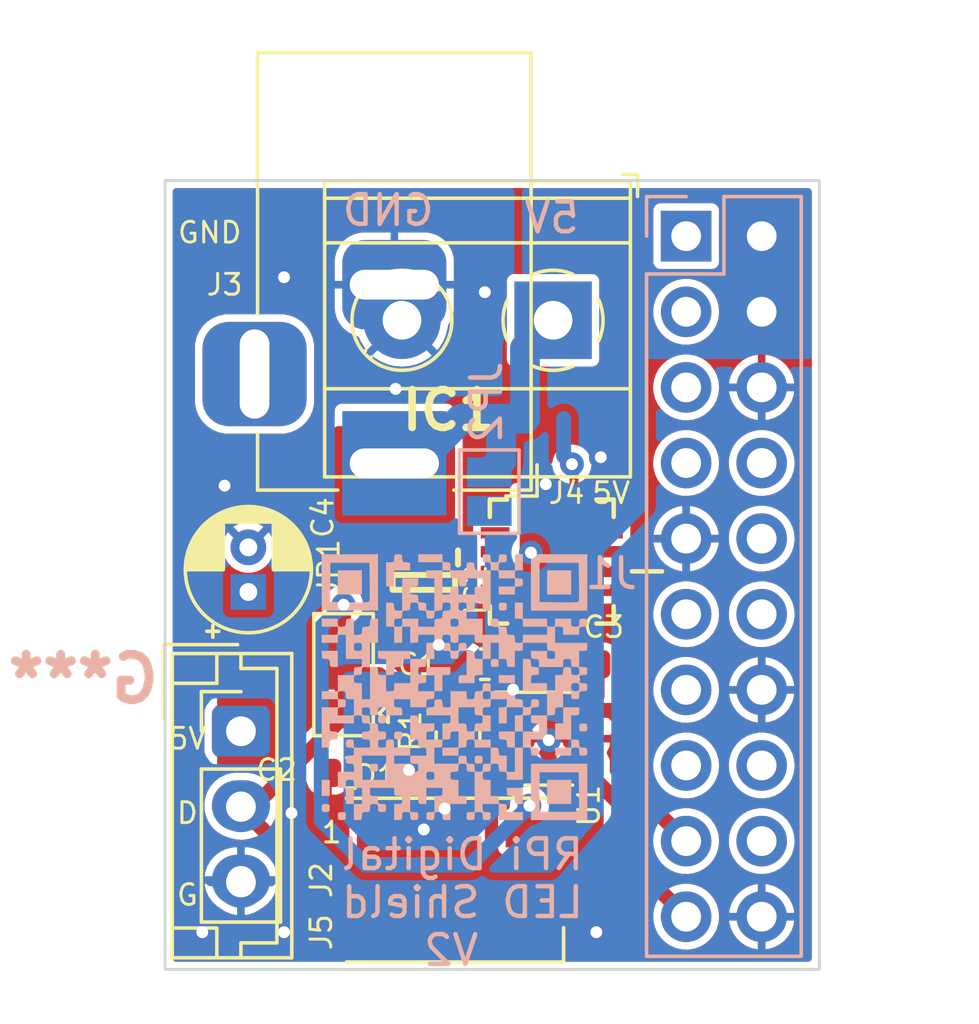
<source format=kicad_pcb>
(kicad_pcb (version 20211014) (generator pcbnew)
  (layers (0 "F.Cu" signal) (31 "B.Cu" signal) (34 "B.Paste" user) (35 "F.Paste" user) (36 "B.SilkS" user "B.Silkscreen") (37 "F.SilkS" user "F.Silkscreen") (38 "B.Mask" user) (39 "F.Mask" user) (44 "Edge.Cuts" user))
  (net 0 "")
  (net 1 "GND")
  (net 2 "+5V")
  (net 3 "+3V3")
  (net 4 "DOUT")
  (net 16 "Net-(JP1-Pad2)")
  (net 17 "Net-(R1-Pad2)")
  (net 18 "/Data")
  (net 19 "DIN")
  (net 20 "+5VP")
  (net 21 "+5VD")
  (net 25 "+5VL")
  (net 31 "unconnected-(IC1-Pad13)")
  (footprint "TPS2420RSAT:QFN65P400X400X100-17N" (layer "F.Cu") (at 137.0015 96.3)
    (fp_text reference "IC1" (at -3.4544 -5.08) (layer "F.SilkS") (effects (font (size 1.27 1.27) (thickness 0.254))))
    (fp_text value "TPS2420RSAT" hide)
    (pad "1" smd rect locked (at -1.905 -0.9652 90) (size 0.381 0.9652) (layers "F.Cu" "F.Paste" "F.Mask") (net 25 "+5VL"))
    (pad "2" smd rect locked (at -1.905 -0.3302 90) (size 0.381 0.9652) (layers "F.Cu" "F.Paste" "F.Mask") (net 25 "+5VL"))
    (pad "3" smd rect locked (at -1.905 0.3302 90) (size 0.381 0.9652) (layers "F.Cu" "F.Paste" "F.Mask") (net 25 "+5VL"))
    (pad "4" smd rect locked (at -1.905 0.9652 90) (size 0.381 0.9652) (layers "F.Cu" "F.Paste" "F.Mask") (net 25 "+5VL"))
    (pad "5" smd rect locked (at -0.9652 1.905) (size 0.381 0.9652) (layers "F.Cu" "F.Paste" "F.Mask") (net 1 "GND"))
    (pad "6" smd rect locked (at -0.3302 1.905) (size 0.381 0.9652) (layers "F.Cu" "F.Paste" "F.Mask"))
    (pad "7" smd rect locked (at 0.3302 1.905) (size 0.381 0.9652) (layers "F.Cu" "F.Paste" "F.Mask"))
    (pad "8" smd rect locked (at 0.9652 1.905) (size 0.381 0.9652) (layers "F.Cu" "F.Paste" "F.Mask"))
    (pad "9" smd rect locked (at 1.905 0.9652 90) (size 0.381 0.9652) (layers "F.Cu" "F.Paste" "F.Mask"))
    (pad "10" smd rect locked (at 1.905 0.3302 90) (size 0.381 0.9652) (layers "F.Cu" "F.Paste" "F.Mask") (net 20 "+5VP"))
    (pad "11" smd rect locked (at 1.905 -0.3302 90) (size 0.381 0.9652) (layers "F.Cu" "F.Paste" "F.Mask") (net 20 "+5VP"))
    (pad "12" smd rect locked (at 1.905 -0.9652 90) (size 0.381 0.9652) (layers "F.Cu" "F.Paste" "F.Mask"))
    (pad "13" smd rect locked (at 0.9652 -1.905) (size 0.381 0.9652) (layers "F.Cu" "F.Paste" "F.Mask") (net 31 "unconnected-(IC1-Pad13)"))
    (pad "14" smd rect locked (at 0.3302 -1.905) (size 0.381 0.9652) (layers "F.Cu" "F.Paste" "F.Mask"))
    (pad "15" smd rect locked (at -0.3302 -1.905) (size 0.381 0.9652) (layers "F.Cu" "F.Paste" "F.Mask"))
    (pad "16" smd rect locked (at -0.9652 -1.905) (size 0.381 0.9652) (layers "F.Cu" "F.Paste" "F.Mask"))
    (pad "17" smd rect locked (at 0 0 90) (size 2.159 2.159) (layers "F.Cu" "F.Paste" "F.Mask"))
  )
  (footprint "TerminalBlock_Phoenix:TerminalBlock_Phoenix_MKDS-1,5-2-5.08_1x02_P5.08mm_Horizontal" (layer "F.Cu") (at 137.045 88.195 180)
    (fp_text reference "J4" (at -0.455 -5.805) (layer "F.SilkS") (effects (font (size 0.7 0.7) (thickness 0.1))))
    (fp_text value "Conn_01x02_Female")
    (pad "1" thru_hole rect (at 0 0 180) (size 2.6 2.6) (drill 1.3) (layers *.Cu *.Mask) (net 2 "+5V"))
    (pad "2" thru_hole circle (at 5.08 0 180) (size 2.6 2.6) (drill 1.3) (layers *.Cu *.Mask) (net 1 "GND"))
  )
  (footprint "Jumper:SolderJumper-3_P1.3mm_Bridged12_Pad1.0x1.5mm" (layer "F.Cu") (at 130 100.1 90)
    (fp_text reference "JP1" (at 3.6 -0.5 90) (layer "F.SilkS") (effects (font (size 0.7 0.7) (thickness 0.1))))
    (fp_text value "Jumper_3_Bridged12")
    (fp_poly (pts (xy -0.9 -0.3) (xy -0.4 -0.3) (xy -0.4 0.3) (xy -0.9 0.3)) (layer "F.Cu") (width 0) (fill solid))
    (pad "1" smd rect locked (at -1.3 0 90) (size 1 1.5) (layers "F.Cu" "F.Mask") (net 4 "DOUT"))
    (pad "2" smd rect locked (at 0 0 90) (size 1 1.5) (layers "F.Cu" "F.Mask") (net 16 "Net-(JP1-Pad2)"))
    (pad "3" smd rect locked (at 1.3 0 90) (size 1 1.5) (layers "F.Cu" "F.Mask") (net 19 "DIN"))
  )
  (footprint "Capacitor_SMD:C_0603_1608Metric" (layer "F.Cu") (at 134.75 99.75)
    (fp_text reference "C1" (at -2.25 0) (layer "F.SilkS") (effects (font (size 0.7 0.7) (thickness 0.1))))
    (fp_text value "0.1uF")
    (pad "1" smd roundrect locked (at -0.775 0) (size 0.9 0.95) (layers "F.Cu" "F.Paste" "F.Mask") (net 1 "GND"))
    (pad "2" smd roundrect locked (at 0.775 0) (size 0.9 0.95) (layers "F.Cu" "F.Paste" "F.Mask") (net 20 "+5VP"))
  )
  (footprint "Capacitor_SMD:C_0603_1608Metric" (layer "F.Cu") (at 137.75 99.75)
    (fp_text reference "C3" (at 1 -1.25) (layer "F.SilkS") (effects (font (size 0.7 0.7) (thickness 0.1))))
    (fp_text value "0.1uF")
    (pad "1" smd roundrect locked (at -0.775 0) (size 0.9 0.95) (layers "F.Cu" "F.Paste" "F.Mask") (net 1 "GND"))
    (pad "2" smd roundrect locked (at 0.775 0) (size 0.9 0.95) (layers "F.Cu" "F.Paste" "F.Mask") (net 3 "+3V3"))
  )
  (footprint "LED_SMD:LED_WS2812B_PLCC4_5.0x5.0mm_P3.2mm" (layer "F.Cu") (at 133.75 107)
    (fp_text reference "D1" (at -2.65 -3.5) (layer "F.SilkS") (effects (font (size 0.7 0.7) (thickness 0.1))))
    (fp_text value "WS2812B")
    (fp_text user "1" (at -4.15 -1.6) (layer "F.SilkS") (effects (font (size 0.7 0.7) (thickness 0.1))))
    (pad "1" smd rect locked (at -2.45 -1.6) (size 1.5 1) (layers "F.Cu" "F.Paste" "F.Mask") (net 20 "+5VP"))
    (pad "2" smd rect locked (at -2.45 1.6) (size 1.5 1) (layers "F.Cu" "F.Paste" "F.Mask") (net 4 "DOUT"))
    (pad "3" smd rect locked (at 2.45 1.6) (size 1.5 1) (layers "F.Cu" "F.Paste" "F.Mask") (net 1 "GND"))
    (pad "4" smd rect locked (at 2.45 -1.6) (size 1.5 1) (layers "F.Cu" "F.Paste" "F.Mask") (net 19 "DIN"))
  )
  (footprint "LM66200DRLR:SOTFL50P160X60-8N" (layer "F.Cu") (at 132.7 97 -90)
    (fp_text reference "IC2" (at 0.25 -1.75 90) (layer "F.SilkS") (effects (font (size 0.7 0.7) (thickness 0.1))))
    (fp_text value "LM66200DRLR" hide)
    (pad "1" smd rect locked (at -0.838 -0.75) (size 0.3 0.475) (layers "F.Cu" "F.Paste" "F.Mask") (net 1 "GND"))
    (pad "2" smd rect locked (at -0.838 -0.25) (size 0.3 0.475) (layers "F.Cu" "F.Paste" "F.Mask") (net 25 "+5VL"))
    (pad "3" smd rect locked (at -0.838 0.25) (size 0.3 0.475) (layers "F.Cu" "F.Paste" "F.Mask") (net 21 "+5VD"))
    (pad "4" smd rect locked (at -0.838 0.75) (size 0.3 0.475) (layers "F.Cu" "F.Paste" "F.Mask") (net 1 "GND"))
    (pad "5" smd rect locked (at 0.838 0.75) (size 0.3 0.475) (layers "F.Cu" "F.Paste" "F.Mask") (net 1 "GND"))
    (pad "6" smd rect locked (at 0.838 0.25) (size 0.3 0.475) (layers "F.Cu" "F.Paste" "F.Mask"))
    (pad "7" smd rect locked (at 0.838 -0.25) (size 0.3 0.475) (layers "F.Cu" "F.Paste" "F.Mask"))
    (pad "8" smd rect locked (at 0.838 -0.75) (size 0.3 0.475) (layers "F.Cu" "F.Paste" "F.Mask"))
  )
  (footprint "Package_TO_SOT_SMD:SOT-23-6" (layer "F.Cu") (at 136.9 102.25)
    (fp_text reference "U1" (at 1.35 2.25 90) (layer "F.SilkS") (effects (font (size 0.7 0.7) (thickness 0.1))))
    (fp_text value "SN74LVC1T45DBV")
    (pad "1" smd roundrect locked (at -1.1375 -0.95) (size 1.325 0.6) (layers "F.Cu" "F.Paste" "F.Mask") (net 20 "+5VP"))
    (pad "2" smd roundrect locked (at -1.1375 0) (size 1.325 0.6) (layers "F.Cu" "F.Paste" "F.Mask") (net 1 "GND"))
    (pad "3" smd roundrect locked (at -1.1375 0.95) (size 1.325 0.6) (layers "F.Cu" "F.Paste" "F.Mask") (net 17 "Net-(R1-Pad2)"))
    (pad "4" smd roundrect locked (at 1.1375 0.95) (size 1.325 0.6) (layers "F.Cu" "F.Paste" "F.Mask") (net 18 "/Data"))
    (pad "5" smd roundrect locked (at 1.1375 0) (size 1.325 0.6) (layers "F.Cu" "F.Paste" "F.Mask") (net 1 "GND"))
    (pad "6" smd roundrect locked (at 1.1375 -0.95) (size 1.325 0.6) (layers "F.Cu" "F.Paste" "F.Mask") (net 3 "+3V3"))
  )
  (footprint "Connector_PinHeader_2.54mm:PinHeader_1x03_P2.54mm_Vertical" (layer "F.Cu") (at 126.55 102)
    (fp_text reference "J2" (at 2.7 5 90) (layer "F.SilkS") (effects (font (size 0.7 0.7) (thickness 0.1))))
    (fp_text value "Conn_01x03_Male")
    (pad "1" thru_hole rect locked (at 0 0) (size 1.7 1.7) (drill 1) (layers *.Cu *.Mask) (net 2 "+5V"))
    (pad "2" thru_hole oval locked (at 0 2.54) (size 1.7 1.7) (drill 1) (layers *.Cu *.Mask) (net 4 "DOUT"))
    (pad "3" thru_hole oval locked (at 0 5.08) (size 1.7 1.7) (drill 1) (layers *.Cu *.Mask) (net 1 "GND"))
  )
  (footprint "Capacitor_SMD:C_0603_1608Metric" (layer "F.Cu") (at 130.25 103.4 180)
    (fp_text reference "C2" (at 2.5 0.1) (layer "F.SilkS") (effects (font (size 0.7 0.7) (thickness 0.1))))
    (fp_text value "0.1uF")
    (pad "1" smd roundrect locked (at -0.775 0 180) (size 0.9 0.95) (layers "F.Cu" "F.Paste" "F.Mask") (net 20 "+5VP"))
    (pad "2" smd roundrect locked (at 0.775 0 180) (size 0.9 0.95) (layers "F.Cu" "F.Paste" "F.Mask") (net 1 "GND"))
  )
  (footprint "Capacitor_THT:CP_Radial_D4.0mm_P1.50mm" (layer "F.Cu") (at 126.8 97.3226 90)
    (fp_text reference "C4" (at 2.5 2.5 90) (layer "F.SilkS") (effects (font (size 0.7 0.7) (thickness 0.1))))
    (fp_text value "10uF")
    (pad "1" thru_hole rect locked (at 0 0 90) (size 1.2 1.2) (drill 0.6) (layers *.Cu *.Mask) (net 2 "+5V"))
    (pad "2" thru_hole circle locked (at 1.5 0 90) (size 1.2 1.2) (drill 0.6) (layers *.Cu *.Mask) (net 1 "GND"))
  )
  (footprint "Connector_BarrelJack:BarrelJack_Horizontal" (layer "F.Cu") (at 131.7075 93 -90)
    (fp_text reference "J3" (at -6 5.7075 180) (layer "F.SilkS") (effects (font (size 0.7 0.7) (thickness 0.1))))
    (fp_text value "Barrel_Jack_MountingPin")
    (pad "1" thru_hole rect locked (at 0 0 270) (size 3.5 3.5) (drill oval 1 3) (layers *.Cu *.Mask) (net 2 "+5V"))
    (pad "2" thru_hole roundrect locked (at -6 0 270) (size 3 3.5) (drill oval 1 3) (layers *.Cu *.Mask) (net 1 "GND"))
    (pad "3" thru_hole roundrect locked (at -3 4.7 270) (size 3.5 3.5) (drill oval 3 1) (layers *.Cu *.Mask))
  )
  (footprint "Connector_JST:JST_EH_B3B-EH-A_1x03_P2.50mm_Vertical" (layer "F.Cu") (at 126.55 102 -90)
    (fp_text reference "J5" (at 6.75 -2.7 90) (layer "F.SilkS") (effects (font (size 0.7 0.7) (thickness 0.1))))
    (fp_text value "Conn_01x03_Male")
    (pad "1" thru_hole roundrect (at 0 0 270) (size 1.7 1.95) (drill 0.95) (layers *.Cu *.Mask) (roundrect_rratio 0.1470588235) (net 2 "+5V"))
    (pad "2" thru_hole oval (at 2.5 0 270) (size 1.7 1.95) (drill 0.95) (layers *.Cu *.Mask) (net 4 "DOUT"))
    (pad "3" thru_hole oval (at 5 0 270) (size 1.7 1.95) (drill 0.95) (layers *.Cu *.Mask) (net 1 "GND"))
  )
  (footprint "Resistor_SMD:R_0805_2012Metric" (layer "F.Cu") (at 133.85 102.25 -90)
    (fp_text reference "R1" (at -0.25 1.6 90) (layer "F.SilkS") (effects (font (size 0.7 0.7) (thickness 0.1))))
    (fp_text value "150")
    (pad "1" smd roundrect locked (at -0.9125 0 270) (size 1.025 1.4) (layers "F.Cu" "F.Paste" "F.Mask") (roundrect_rratio 0.243902439) (net 16 "Net-(JP1-Pad2)"))
    (pad "2" smd roundrect locked (at 0.9125 0 270) (size 1.025 1.4) (layers "F.Cu" "F.Paste" "F.Mask") (roundrect_rratio 0.243902439) (net 17 "Net-(R1-Pad2)"))
  )
  (footprint "Connector_PinSocket_2.54mm:PinSocket_2x10_P2.54mm_Vertical" (layer "B.Cu") (at 141.52 85.37 180)
    (fp_text reference "J1" (at 2.52 -11.33) (layer "B.SilkS") (effects (justify mirror)))
    (fp_text value "Conn_02x10_Odd_Even")
    (pad "1" thru_hole rect locked (at 0 0 180) (size 1.7 1.7) (drill 1) (layers *.Cu *.Mask))
    (pad "2" thru_hole oval locked (at -2.54 0 180) (size 1.7 1.7) (drill 1) (layers *.Cu *.Mask) (net 20 "+5VP"))
    (pad "3" thru_hole oval locked (at 0 -2.54 180) (size 1.7 1.7) (drill 1) (layers *.Cu *.Mask))
    (pad "4" thru_hole oval locked (at -2.54 -2.54 180) (size 1.7 1.7) (drill 1) (layers *.Cu *.Mask) (net 20 "+5VP"))
    (pad "5" thru_hole oval locked (at 0 -5.08 180) (size 1.7 1.7) (drill 1) (layers *.Cu *.Mask))
    (pad "6" thru_hole oval locked (at -2.54 -5.08 180) (size 1.7 1.7) (drill 1) (layers *.Cu *.Mask) (net 1 "GND"))
    (pad "7" thru_hole oval locked (at 0 -7.62 180) (size 1.7 1.7) (drill 1) (layers *.Cu *.Mask))
    (pad "8" thru_hole oval locked (at -2.54 -7.62 180) (size 1.7 1.7) (drill 1) (layers *.Cu *.Mask))
    (pad "9" thru_hole oval locked (at 0 -10.16 180) (size 1.7 1.7) (drill 1) (layers *.Cu *.Mask) (net 1 "GND"))
    (pad "10" thru_hole oval locked (at -2.54 -10.16 180) (size 1.7 1.7) (drill 1) (layers *.Cu *.Mask))
    (pad "11" thru_hole oval locked (at 0 -12.7 180) (size 1.7 1.7) (drill 1) (layers *.Cu *.Mask))
    (pad "12" thru_hole oval locked (at -2.54 -12.7 180) (size 1.7 1.7) (drill 1) (layers *.Cu *.Mask))
    (pad "13" thru_hole oval locked (at 0 -15.24 180) (size 1.7 1.7) (drill 1) (layers *.Cu *.Mask))
    (pad "14" thru_hole oval locked (at -2.54 -15.24 180) (size 1.7 1.7) (drill 1) (layers *.Cu *.Mask) (net 1 "GND"))
    (pad "15" thru_hole oval locked (at 0 -17.78 180) (size 1.7 1.7) (drill 1) (layers *.Cu *.Mask))
    (pad "16" thru_hole oval locked (at -2.54 -17.78 180) (size 1.7 1.7) (drill 1) (layers *.Cu *.Mask))
    (pad "17" thru_hole oval locked (at 0 -20.32 180) (size 1.7 1.7) (drill 1) (layers *.Cu *.Mask) (net 3 "+3V3"))
    (pad "18" thru_hole oval locked (at -2.54 -20.32 180) (size 1.7 1.7) (drill 1) (layers *.Cu *.Mask))
    (pad "19" thru_hole oval locked (at 0 -22.86 180) (size 1.7 1.7) (drill 1) (layers *.Cu *.Mask) (net 18 "/Data"))
    (pad "20" thru_hole oval locked (at -2.54 -22.86 180) (size 1.7 1.7) (drill 1) (layers *.Cu *.Mask) (net 1 "GND"))
  )
  (footprint "LOGO" (layer "B.Cu") (at 133.75 100.5 180)
    (fp_text reference "G***" (at 12.5 0.25) (layer "B.SilkS") (effects (font (size 1.524 1.524) (thickness 0.3)) (justify mirror)))
    (fp_text value "LOGO" hide)
  )
  (footprint "Jumper:SolderJumper-2_P1.3mm_Open_Pad1.0x1.5mm" (layer "B.Cu") (at 134.9 93.95 -90)
    (fp_text reference "JP2" (at -3 0.1 90) (layer "B.SilkS") (effects (justify mirror)))
    (fp_text value "Jumper_2_Open")
    (pad "1" smd rect locked (at -0.65 0 270) (size 1 1.5) (layers "B.Cu" "B.Mask") (net 2 "+5V"))
    (pad "2" smd rect locked (at 0.65 0 270) (size 1 1.5) (layers "B.Cu" "B.Mask") (net 21 "+5VD"))
  )
  (gr_rect (start 146 83.5) (end 124 110) (layer "Edge.Cuts") (width 0.1) (fill none))
  (gr_text "5V" (at 137 84.75) (layer "B.SilkS") (effects (font (size 1 1)) (justify mirror)))
  (gr_text "GND" (at 131.5 84.5) (layer "B.SilkS") (effects (font (size 1 1)) (justify mirror)))
  (gr_text "RPi Digital\nLED Shield\n V2" (at 134 107.75) (layer "B.SilkS") (effects (font (size 1 1)) (justify mirror)))
  (gr_text "D" (at 124.75 104.75) (layer "F.SilkS") (effects (font (size 0.7 0.7) (thickness 0.1))))
  (gr_text "5V" (at 124.75 102.25) (layer "F.SilkS") (effects (font (size 0.7 0.7) (thickness 0.1))))
  (gr_text "GND" (at 125.5 85.25) (layer "F.SilkS") (effects (font (size 0.7 0.7) (thickness 0.1))))
  (gr_text "5V" (at 139 94) (layer "F.SilkS") (effects (font (size 0.7 0.7) (thickness 0.1))))
  (gr_text "G" (at 124.75 107.5) (layer "F.SilkS") (effects (font (size 0.7 0.7) (thickness 0.1))))
  (segment (start 137.25 94.662) (end 137.25 95.45) (width 0.3) (layer "F.Cu") (net 1))
  (segment (start 138.75 95.25) (end 138.75 94.662) (width 0.3) (layer "F.Cu") (net 1))
  (segment (start 137.25 95.45) (end 137.25 96.338) (width 0.3) (layer "F.Cu") (net 1))
  (segment (start 138.55 95.45) (end 138.75 95.25) (width 0.3) (layer "F.Cu") (net 1))
  (segment (start 137.25 95.45) (end 138.55 95.45) (width 0.3) (layer "F.Cu") (net 1))
  (via (at 134.75 87.25) (size 0.8) (drill 0.4) (layers "F.Cu" "B.Cu") (net 1))
  (via (at 138.5 108.75) (size 0.8) (drill 0.4) (layers "F.Cu" "B.Cu") (net 1))
  (via (at 128 86.75) (size 0.8) (drill 0.4) (layers "F.Cu" "B.Cu") (net 1))
  (via (at 131.75 90.5) (size 0.8) (drill 0.4) (layers "F.Cu" "B.Cu") (net 1))
  (via (at 133.2 99.1) (size 0.8) (drill 0.4) (layers "F.Cu" "B.Cu") (net 1))
  (via (at 128.25 104.75) (size 0.8) (drill 0.4) (layers "F.Cu" "B.Cu") (net 1))
  (via (at 136.9 102.3) (size 0.8) (drill 0.4) (layers "F.Cu" "B.Cu") (net 1))
  (via (at 126 93.75) (size 0.8) (drill 0.4) (layers "F.Cu" "B.Cu") (net 1))
  (via (at 125.25 108.75) (size 0.8) (drill 0.4) (layers "F.Cu" "B.Cu") (net 1))
  (via (at 128 108.75) (size 0.8) (drill 0.4) (layers "F.Cu" "B.Cu") (net 1))
  (via (at 136.3 96) (size 0.8) (drill 0.4) (layers "F.Cu" "B.Cu") (net 1))
  (segment (start 135.3 91.5) (end 133.9575 91.5) (width 1) (layer "B.Cu") (net 2))
  (segment (start 135.3 92.9) (end 134.9 93.3) (width 1) (layer "B.Cu") (net 2))
  (segment (start 135.3 91.5) (end 135.3 92.9) (width 1) (layer "B.Cu") (net 2))
  (segment (start 133.9575 91.5) (end 131.7075 93.75) (width 1) (layer "B.Cu") (net 2))
  (segment (start 136.1 91.5) (end 135.3 91.5) (width 1) (layer "B.Cu") (net 2))
  (segment (start 136.1 89.14) (end 136.1 91.5) (width 1) (layer "B.Cu") (net 2))
  (segment (start 137.045 88.195) (end 136.1 89.14) (width 1) (layer "B.Cu") (net 2))
  (segment (start 139.9 104.07) (end 141.52 105.69) (width 0.5) (layer "F.Cu") (net 3))
  (segment (start 138.525 100.8125) (end 138.0375 101.3) (width 0.5) (layer "F.Cu") (net 3))
  (segment (start 139.9 102.2) (end 139.9 104.07) (width 0.5) (layer "F.Cu") (net 3))
  (segment (start 138.0375 101.3) (end 139 101.3) (width 0.5) (layer "F.Cu") (net 3))
  (segment (start 139 101.3) (end 139.9 102.2) (width 0.5) (layer "F.Cu") (net 3))
  (segment (start 138.525 99.75) (end 138.525 100.8125) (width 0.5) (layer "F.Cu") (net 3))
  (segment (start 130 101.515) (end 126.75 104.765) (width 0.5) (layer "F.Cu") (net 4))
  (segment (start 130.585 108.6) (end 131.3 108.6) (width 0.5) (layer "F.Cu") (net 4))
  (segment (start 130 101.4) (end 130 101.515) (width 0.5) (layer "F.Cu") (net 4))
  (segment (start 126.75 104.765) (end 130.585 108.6) (width 0.5) (layer "F.Cu") (net 4))
  (segment (start 132.4375 101.3375) (end 131.2 100.1) (width 0.5) (layer "F.Cu") (net 16))
  (segment (start 131.2 100.1) (end 130 100.1) (width 0.5) (layer "F.Cu") (net 16))
  (segment (start 133.85 101.3375) (end 132.4375 101.3375) (width 0.5) (layer "F.Cu") (net 16))
  (segment (start 135.725 103.1625) (end 135.7625 103.2) (width 0.5) (layer "F.Cu") (net 17))
  (segment (start 133.85 103.1625) (end 135.725 103.1625) (width 0.5) (layer "F.Cu") (net 17))
  (segment (start 139.25 105.96) (end 139.25 104.4125) (width 0.5) (layer "F.Cu") (net 18))
  (segment (start 141.52 108.23) (end 139.25 105.96) (width 0.5) (layer "F.Cu") (net 18))
  (segment (start 139.25 104.4125) (end 138.0375 103.2) (width 0.5) (layer "F.Cu") (net 18))
  (segment (start 130 97.75) (end 130 98.8) (width 0.5) (layer "F.Cu") (net 19))
  (via (at 136.25 104.5) (size 0.8) (drill 0.4) (layers "F.Cu" "B.Cu") (net 19))
  (via (at 130 97.75) (size 0.8) (drill 0.4) (layers "F.Cu" "B.Cu") (net 19))
  (segment (start 129.25 98.5) (end 129.25 105) (width 0.5) (layer "B.Cu") (net 19))
  (segment (start 130.75 106.5) (end 134.25 106.5) (width 0.5) (layer "B.Cu") (net 19))
  (segment (start 134.25 106.5) (end 136.25 104.5) (width 0.5) (layer "B.Cu") (net 19))
  (segment (start 130 97.75) (end 129.25 98.5) (width 0.5) (layer "B.Cu") (net 19))
  (segment (start 129.25 105) (end 130.75 106.5) (width 0.5) (layer "B.Cu") (net 19))
  (segment (start 135.7625 101.3) (end 135.7625 99.9875) (width 0.5) (layer "F.Cu") (net 20))
  (segment (start 135.7625 99.9875) (end 135.525 99.75) (width 0.5) (layer "F.Cu") (net 20))
  (segment (start 144.06 85.37) (end 144.06 87.91) (width 0.5) (layer "F.Cu") (net 20))
  (via (at 138.6505 92.794313) (size 0.8) (drill 0.4) (layers "F.Cu" "B.Cu") (net 20))
  (via (at 136.8 93.7) (size 0.8) (drill 0.4) (layers "F.Cu" "B.Cu") (net 20))
  (via (at 135.7 100.6) (size 0.8) (drill 0.4) (layers "F.Cu" "B.Cu") (net 20))
  (via (at 133.4 104.6) (size 0.8) (drill 0.4) (layers "F.Cu" "B.Cu") (net 20))
  (via (at 132.2 103.3) (size 0.8) (drill 0.4) (layers "F.Cu" "B.Cu") (net 20))
  (via (at 132.7 105.3) (size 0.8) (drill 0.4) (layers "F.Cu" "B.Cu") (net 20))
  (segment (start 137.75 93.100258) (end 137.75 94.100008) (width 0.3) (layer "F.Cu") (net 31))
  (segment (start 137.75 94.100008) (end 137.749992 94.1) (width 0.3) (layer "F.Cu") (net 31))
  (segment (start 138.6505 93.674978) (end 138.25 94.075478) (width 0.3) (layer "F.Cu") (net 31))
  (segment (start 137.75 94.662) (end 137.75 94.100008) (width 0.3) (layer "F.Cu") (net 31))
  (segment (start 138.6505 92.794313) (end 138.6505 93.674978) (width 0.3) (layer "F.Cu") (net 31))
  (segment (start 137.679004 93.029262) (end 137.75 93.100258) (width 0.3) (layer "F.Cu") (net 31))
  (segment (start 138.25 94.075478) (end 138.249511 94.074989) (width 0.3) (layer "F.Cu") (net 31))
  (segment (start 138.25 94.662) (end 138.25 94.075478) (width 0.3) (layer "F.Cu") (net 31))
  (via (at 137.679004 93.029262) (size 0.8) (drill 0.4) (layers "F.Cu" "B.Cu") (net 31))
  (segment (start 137.679004 93.029262) (end 137.4 92.750258) (width 0.5) (layer "B.Cu") (net 31))
  (segment (start 137.4 92.750258) (end 137.4 91.5) (width 0.5) (layer "B.Cu") (net 31))
  (zone (net 1) (net_name "GND") (layer "F.Cu") (connect_pads (clearance 0.254)) (min_thickness 0.254) (fill yes (thermal_gap 0.254) (thermal_bridge_width 0.254))
    (polygon (pts (xy 146 110) (xy 124 110) (xy 124 83.5) (xy 146 83.5)))
  )
  (zone (net 2) (net_name "+5V") (layer "F.Cu") (priority 1) (connect_pads yes (clearance 0.254)) (min_thickness 0.254) (fill yes (thermal_gap 0.254) (thermal_bridge_width 0.254))
    (polygon (pts (xy 133.75 96) (xy 131.25 96) (xy 129.25 98) (xy 129.25 102) (xy 128 103.25) (xy 125.75 103.25) (xy 125.75 95.75) (xy 129.75 91.75) (xy 133.75 91.75)))
  )
  (zone (net 20) (net_name "+5VP") (layer "F.Cu") (priority 1) (connect_pads yes (clearance 0.254)) (min_thickness 0.254) (fill yes (thermal_gap 0.254) (thermal_bridge_width 0.254))
    (polygon (pts (xy 132.9 103.75) (xy 134.5 104.5) (xy 134.5 106.25) (xy 130.45 106.25) (xy 130.45 103.75) (xy 130.5 103.75) (xy 130.5 102.6) (xy 132.9 102.6)))
  )
  (zone (net 20) (net_name "+5VP") (layer "B.Cu") (priority 1) (connect_pads yes (clearance 0.254)) (min_thickness 0.254) (fill yes (thermal_gap 0.254) (thermal_bridge_width 0.254))
    (polygon (pts (xy 146 89.5) (xy 140.25 89.5) (xy 140.25 94.5) (xy 138.75 96) (xy 138.75 104.75) (xy 137 106.75) (xy 130 106.75) (xy 130 100) (xy 133.75 100) (xy 134.75 99) (xy 134.75 95.25) (xy 136 93.5) (xy 136 83.5) (xy 146 83.5)))
  )
  (zone (net 1) (net_name "GND") (layer "B.Cu") (connect_pads (clearance 0.254)) (min_thickness 0.254) (fill yes (thermal_gap 0.254) (thermal_bridge_width 0.254))
    (polygon (pts (xy 146 110) (xy 124 110) (xy 124 83.5) (xy 146 83.5)))
  )
)
</source>
